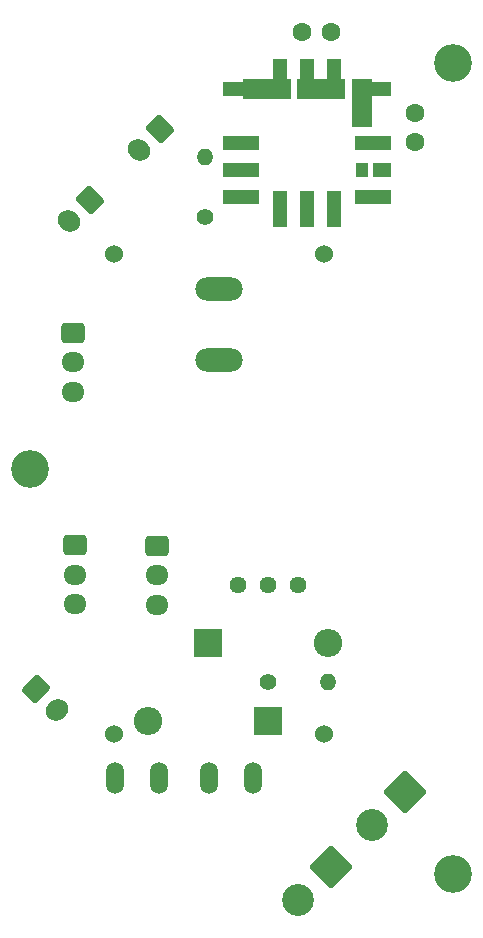
<source format=gbr>
%TF.GenerationSoftware,KiCad,Pcbnew,7.0.9*%
%TF.CreationDate,2024-12-16T14:55:58+09:00*%
%TF.ProjectId,____,fb90fa7f-2e6b-4696-9361-645f70636258,rev?*%
%TF.SameCoordinates,Original*%
%TF.FileFunction,Soldermask,Top*%
%TF.FilePolarity,Negative*%
%FSLAX46Y46*%
G04 Gerber Fmt 4.6, Leading zero omitted, Abs format (unit mm)*
G04 Created by KiCad (PCBNEW 7.0.9) date 2024-12-16 14:55:58*
%MOMM*%
%LPD*%
G01*
G04 APERTURE LIST*
G04 Aperture macros list*
%AMRoundRect*
0 Rectangle with rounded corners*
0 $1 Rounding radius*
0 $2 $3 $4 $5 $6 $7 $8 $9 X,Y pos of 4 corners*
0 Add a 4 corners polygon primitive as box body*
4,1,4,$2,$3,$4,$5,$6,$7,$8,$9,$2,$3,0*
0 Add four circle primitives for the rounded corners*
1,1,$1+$1,$2,$3*
1,1,$1+$1,$4,$5*
1,1,$1+$1,$6,$7*
1,1,$1+$1,$8,$9*
0 Add four rect primitives between the rounded corners*
20,1,$1+$1,$2,$3,$4,$5,0*
20,1,$1+$1,$4,$5,$6,$7,0*
20,1,$1+$1,$6,$7,$8,$9,0*
20,1,$1+$1,$8,$9,$2,$3,0*%
%AMHorizOval*
0 Thick line with rounded ends*
0 $1 width*
0 $2 $3 position (X,Y) of the first rounded end (center of the circle)*
0 $4 $5 position (X,Y) of the second rounded end (center of the circle)*
0 Add line between two ends*
20,1,$1,$2,$3,$4,$5,0*
0 Add two circle primitives to create the rounded ends*
1,1,$1,$2,$3*
1,1,$1,$4,$5*%
%AMOutline4P*
0 Free polygon, 4 corners , with rotation*
0 The origin of the aperture is its center*
0 number of corners: always 4*
0 $1 to $8 corner X, Y*
0 $9 Rotation angle, in degrees counterclockwise*
0 create outline with 4 corners*
4,1,4,$1,$2,$3,$4,$5,$6,$7,$8,$1,$2,$9*%
G04 Aperture macros list end*
%ADD10RoundRect,0.250000X-0.954594X-0.106066X-0.106066X-0.954594X0.954594X0.106066X0.106066X0.954594X0*%
%ADD11HorizOval,1.700000X-0.106066X-0.106066X0.106066X0.106066X0*%
%ADD12R,2.400000X2.400000*%
%ADD13O,2.400000X2.400000*%
%ADD14C,1.400000*%
%ADD15O,1.400000X1.400000*%
%ADD16C,3.200000*%
%ADD17C,1.440000*%
%ADD18O,1.500000X2.700000*%
%ADD19RoundRect,0.250000X-0.725000X0.600000X-0.725000X-0.600000X0.725000X-0.600000X0.725000X0.600000X0*%
%ADD20O,1.950000X1.700000*%
%ADD21O,4.000000X2.000000*%
%ADD22RoundRect,0.250001X0.000000X1.555634X-1.555634X0.000000X0.000000X-1.555634X1.555634X0.000000X0*%
%ADD23C,2.700000*%
%ADD24RoundRect,0.250000X-0.106066X0.954594X-0.954594X0.106066X0.106066X-0.954594X0.954594X-0.106066X0*%
%ADD25HorizOval,1.700000X-0.106066X0.106066X0.106066X-0.106066X0*%
%ADD26C,1.600000*%
%ADD27Outline4P,-1.500000X-0.600000X1.500000X-0.600000X1.500000X0.600000X-1.500000X0.600000X0.000000*%
%ADD28Outline4P,-2.035000X-0.885000X2.035000X-0.885000X2.035000X0.885000X-2.035000X0.885000X0.000000*%
%ADD29Outline4P,-0.600000X-1.500000X0.600000X-1.500000X0.600000X1.500000X-0.600000X1.500000X0.000000*%
%ADD30Outline4P,-0.885000X-2.035000X0.885000X-2.035000X0.885000X2.035000X-0.885000X2.035000X0.000000*%
%ADD31Outline4P,-0.750000X-0.600000X0.750000X-0.600000X0.750000X0.600000X-0.750000X0.600000X0.000000*%
%ADD32Outline4P,-0.500000X-0.600000X0.500000X-0.600000X0.500000X0.600000X-0.500000X0.600000X0.000000*%
%ADD33C,1.524000*%
G04 APERTURE END LIST*
D10*
%TO.C,Voltmeter*%
X102844600Y-125831600D03*
D11*
X104612367Y-127599367D03*
%TD*%
D12*
%TO.C,D1*%
X117373400Y-121894600D03*
D13*
X127533400Y-121894600D03*
%TD*%
D14*
%TO.C,R2*%
X122453400Y-125196600D03*
D15*
X127533400Y-125196600D03*
%TD*%
D16*
%TO.C,REF\u002A\u002A*%
X138150600Y-141452600D03*
%TD*%
D17*
%TO.C,RV1*%
X125018800Y-116992400D03*
X122478800Y-116992400D03*
X119938800Y-116992400D03*
%TD*%
D18*
%TO.C,Fuse*%
X121208800Y-133350000D03*
X117508800Y-133350000D03*
X113208800Y-133350000D03*
X109508800Y-133350000D03*
%TD*%
D19*
%TO.C,12V_Out*%
X106095800Y-113665000D03*
D20*
X106095800Y-116165000D03*
X106095800Y-118665000D03*
%TD*%
D19*
%TO.C,SW2*%
X113055400Y-113690400D03*
D20*
X113055400Y-116190400D03*
X113055400Y-118690400D03*
%TD*%
D21*
%TO.C,SW1*%
X118287800Y-97993200D03*
X118287800Y-91993200D03*
%TD*%
D16*
%TO.C,REF\u002A\u002A*%
X138125200Y-72847200D03*
%TD*%
D22*
%TO.C,BT_Input*%
X134097580Y-134523238D03*
D23*
X131297437Y-137323381D03*
%TD*%
D14*
%TO.C,R1*%
X117144800Y-85902800D03*
D15*
X117144800Y-80822800D03*
%TD*%
D24*
%TO.C,5V_out*%
X107416600Y-84455000D03*
D25*
X105648833Y-86222767D03*
%TD*%
D26*
%TO.C,C3*%
X134950200Y-77038200D03*
X134950200Y-79538200D03*
%TD*%
D24*
%TO.C,J4*%
X113360200Y-78435200D03*
D25*
X111592433Y-80202967D03*
%TD*%
D19*
%TO.C,J2*%
X105943400Y-95660200D03*
D20*
X105943400Y-98160200D03*
X105943400Y-100660200D03*
%TD*%
D26*
%TO.C,C2*%
X125338200Y-70180200D03*
X127838200Y-70180200D03*
%TD*%
D12*
%TO.C,D2*%
X122504200Y-128524000D03*
D13*
X112344200Y-128524000D03*
%TD*%
D22*
%TO.C,J3*%
X127787400Y-140868400D03*
D23*
X124987257Y-143668543D03*
%TD*%
D16*
%TO.C,REF\u002A\u002A*%
X102362000Y-107162600D03*
%TD*%
D27*
%TO.C,U1*%
X120206200Y-79629000D03*
X120206200Y-75049000D03*
D28*
X122371200Y-75049000D03*
D29*
X123516200Y-74029000D03*
X125806200Y-74029000D03*
D28*
X126951200Y-75049000D03*
D29*
X128096200Y-74029000D03*
D30*
X130406200Y-76194000D03*
D27*
X131406200Y-75049000D03*
X131406200Y-79629000D03*
X131406200Y-84209000D03*
D29*
X125806200Y-85229000D03*
X123516200Y-85229000D03*
D27*
X120206200Y-84209000D03*
X120206200Y-81919000D03*
D31*
X132156200Y-81919000D03*
D29*
X128096200Y-85229000D03*
D32*
X130406200Y-81919000D03*
%TD*%
D33*
%TO.C,U2*%
X109423200Y-88976200D03*
X127203200Y-88976200D03*
X109423200Y-129616200D03*
X127203200Y-129616200D03*
%TD*%
M02*

</source>
